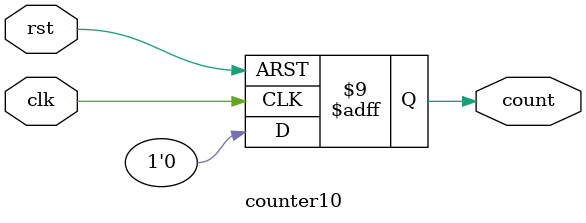
<source format=v>
`timescale 1ns / 10ps
/**
module counter10(
input clk,
input rst,
output [3:0] count
);
    reg [3:0] t;
    assign count = t;
    always@(posedge clk)
        begin
            if(!rst)
                t <= 0;
            else if(t >= 4'd9)
                t <= 0;
            else
                t <= t + 1;
        end
endmodule
**/
module counter10(
input wire rst,
input wire clk,
output reg count
);
    reg [3:0] t;
    always@(posedge clk or posedge rst)
        begin
            if(rst)
            begin
                t <= 4'b0;
                count <= 1'b0;
            end
            else if(t == 4'd9)
            begin
                t <= 4'b0;
                //溢出时产生上升沿
                count <=1'b1;
                #5 count <=1'b0;
            end
            else
                begin
                    t <= t + 1'b1;
                    count <= 1'b0;
                end
        end
endmodule

                    
</source>
